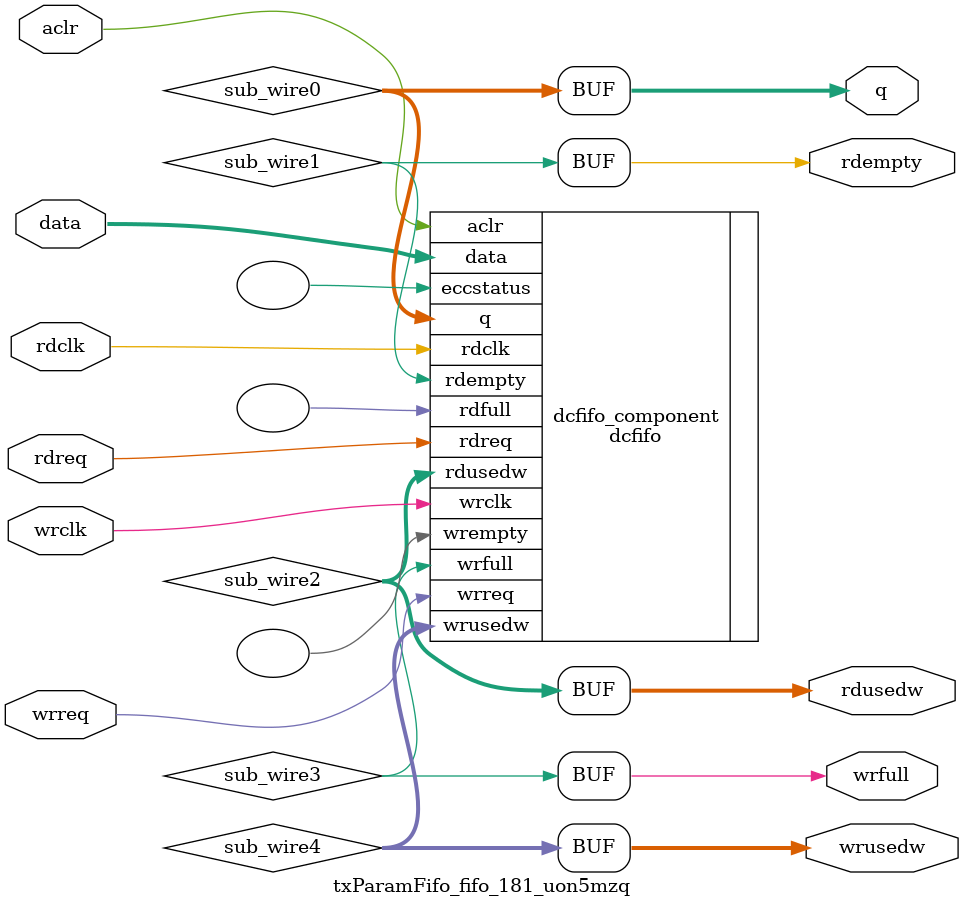
<source format=v>



`timescale 1 ps / 1 ps
// synopsys translate_on
module  txParamFifo_fifo_181_uon5mzq  (
    aclr,
    data,
    rdclk,
    rdreq,
    wrclk,
    wrreq,
    q,
    rdempty,
    rdusedw,
    wrfull,
    wrusedw);

    input    aclr;
    input  [10:0]  data;
    input    rdclk;
    input    rdreq;
    input    wrclk;
    input    wrreq;
    output [10:0]  q;
    output   rdempty;
    output [4:0]  rdusedw;
    output   wrfull;
    output [4:0]  wrusedw;
`ifndef ALTERA_RESERVED_QIS
// synopsys translate_off
`endif
    tri0     aclr;
`ifndef ALTERA_RESERVED_QIS
// synopsys translate_on
`endif

    wire [10:0] sub_wire0;
    wire  sub_wire1;
    wire [4:0] sub_wire2;
    wire  sub_wire3;
    wire [4:0] sub_wire4;
    wire [10:0] q = sub_wire0[10:0];
    wire  rdempty = sub_wire1;
    wire [4:0] rdusedw = sub_wire2[4:0];
    wire  wrfull = sub_wire3;
    wire [4:0] wrusedw = sub_wire4[4:0];

    dcfifo  dcfifo_component (
                .aclr (aclr),
                .data (data),
                .rdclk (rdclk),
                .rdreq (rdreq),
                .wrclk (wrclk),
                .wrreq (wrreq),
                .q (sub_wire0),
                .rdempty (sub_wire1),
                .rdusedw (sub_wire2),
                .wrfull (sub_wire3),
                .wrusedw (sub_wire4),
                .eccstatus (),
                .rdfull (),
                .wrempty ());
    defparam
        dcfifo_component.enable_ecc  = "FALSE",
        dcfifo_component.intended_device_family  = "Arria 10",
        dcfifo_component.lpm_hint  = "DISABLE_DCFIFO_EMBEDDED_TIMING_CONSTRAINT=TRUE",
        dcfifo_component.lpm_numwords  = 32,
        dcfifo_component.lpm_showahead  = "OFF",
        dcfifo_component.lpm_type  = "dcfifo",
        dcfifo_component.lpm_width  = 11,
        dcfifo_component.lpm_widthu  = 5,
        dcfifo_component.overflow_checking  = "ON",
        dcfifo_component.rdsync_delaypipe  = 5,
        dcfifo_component.read_aclr_synch  = "ON",
        dcfifo_component.underflow_checking  = "ON",
        dcfifo_component.use_eab  = "ON",
        dcfifo_component.write_aclr_synch  = "OFF",
        dcfifo_component.wrsync_delaypipe  = 5;


endmodule



</source>
